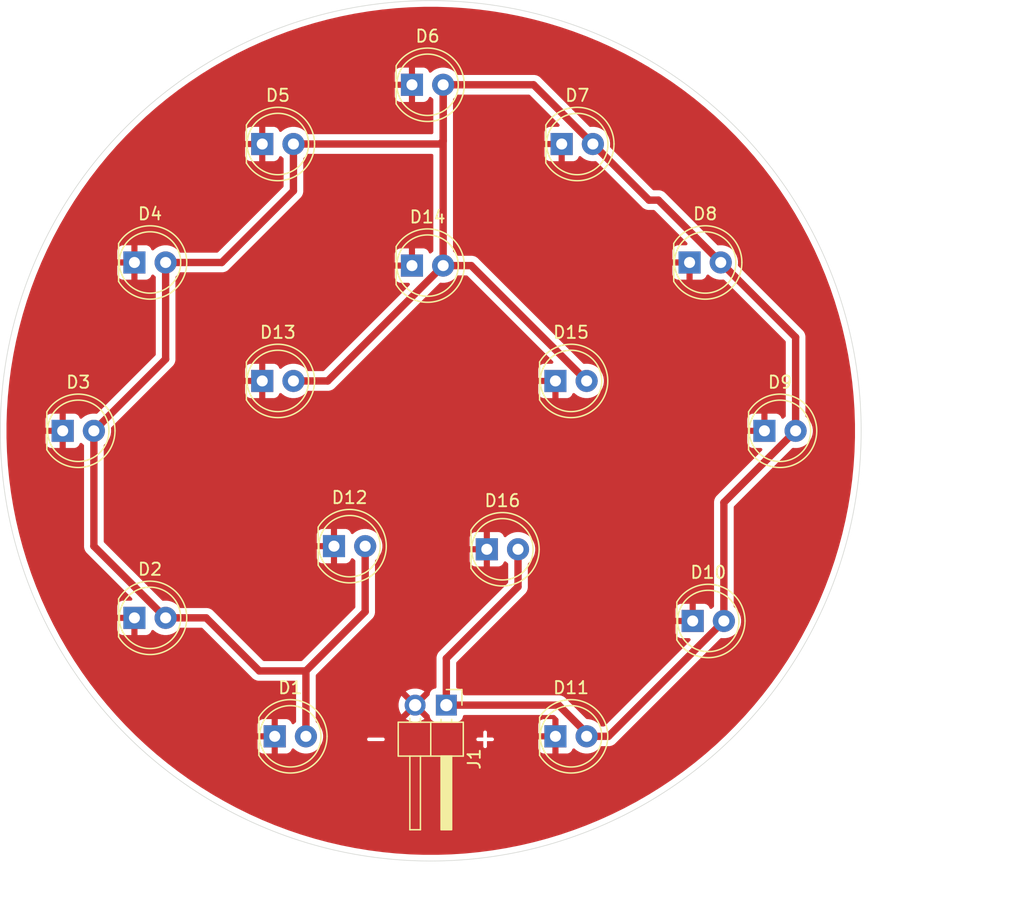
<source format=kicad_pcb>
(kicad_pcb (version 20241229) (generator "pcbnew") (generator_version "9.0")
  (layers (0 "F.Cu" signal) (2 "B.Cu" signal) (13 "F.Paste" user) (15 "B.Paste" user) (5 "F.SilkS" user "F.Silkscreen") (7 "B.SilkS" user "B.Silkscreen") (1 "F.Mask" user) (3 "B.Mask" user) (25 "Edge.Cuts" user))
  (net 0 "")
  (net 1 "GND")
  (net 2 "Net-(D1-A)")
  (footprint "LED_THT:LED_D5.0mm" (layer "F.Cu") (at 107.691 68.58)
    (property "Reference" "D12" (at 1.27 -3.96 0) (layer "F.SilkS"))
    (property "Value" "LED")
    (fp_line (start -1.29 -1.545) (end -1.29 1.545) (stroke (width 0.12)) (layer "F.SilkS"))
    (fp_arc (start -1.29 -1.54483) (mid 2.071779 -2.880495) (end 4.26 0) (stroke (width 0.12)) (layer "F.SilkS"))
    (fp_arc (start 4.26 0) (mid 2.071779 2.880495) (end -1.29 1.54483) (stroke (width 0.12)) (layer "F.SilkS"))
    (fp_circle (center 1.27 0) (end 3.77 0) (stroke (width 0.12)) (fill no) (layer "F.SilkS"))
    (pad "1" thru_hole rect (at 0 0) (size 1.8 1.8) (drill 0.9) (layers "*.Cu" "*.Mask") (net 1 "GND"))
    (pad "2" thru_hole circle (at 2.54 0) (size 1.8 1.8) (drill 0.9) (layers "*.Cu" "*.Mask") (net 2 "Net-(D1-A)"))
  )
  (footprint "LED_THT:LED_D5.0mm" (layer "F.Cu") (at 125.725 84.074)
    (property "Reference" "D11" (at 1.27 -3.96 0) (layer "F.SilkS"))
    (property "Value" "LED")
    (fp_line (start -1.29 -1.545) (end -1.29 1.545) (stroke (width 0.12)) (layer "F.SilkS"))
    (fp_arc (start -1.29 -1.54483) (mid 2.071779 -2.880495) (end 4.26 0) (stroke (width 0.12)) (layer "F.SilkS"))
    (fp_arc (start 4.26 0) (mid 2.071779 2.880495) (end -1.29 1.54483) (stroke (width 0.12)) (layer "F.SilkS"))
    (fp_circle (center 1.27 0) (end 3.77 0) (stroke (width 0.12)) (fill no) (layer "F.SilkS"))
    (pad "1" thru_hole rect (at 0 0) (size 1.8 1.8) (drill 0.9) (layers "*.Cu" "*.Mask") (net 1 "GND"))
    (pad "2" thru_hole circle (at 2.54 0) (size 1.8 1.8) (drill 0.9) (layers "*.Cu" "*.Mask") (net 2 "Net-(D1-A)"))
  )
  (footprint "LED_THT:LED_D5.0mm" (layer "F.Cu") (at 125.725 55.118)
    (property "Reference" "D15" (at 1.27 -3.96 0) (layer "F.SilkS"))
    (property "Value" "LED")
    (fp_line (start -1.29 -1.545) (end -1.29 1.545) (stroke (width 0.12)) (layer "F.SilkS"))
    (fp_arc (start -1.29 -1.54483) (mid 2.071779 -2.880495) (end 4.26 0) (stroke (width 0.12)) (layer "F.SilkS"))
    (fp_arc (start 4.26 0) (mid 2.071779 2.880495) (end -1.29 1.54483) (stroke (width 0.12)) (layer "F.SilkS"))
    (fp_circle (center 1.27 0) (end 3.77 0) (stroke (width 0.12)) (fill no) (layer "F.SilkS"))
    (pad "1" thru_hole rect (at 0 0) (size 1.8 1.8) (drill 0.9) (layers "*.Cu" "*.Mask") (net 1 "GND"))
    (pad "2" thru_hole circle (at 2.54 0) (size 1.8 1.8) (drill 0.9) (layers "*.Cu" "*.Mask") (net 2 "Net-(D1-A)"))
  )
  (footprint "LED_THT:LED_D5.0mm" (layer "F.Cu") (at 102.865 84.074)
    (property "Reference" "D1" (at 1.27 -3.96 0) (layer "F.SilkS"))
    (property "Value" "LED")
    (fp_line (start -1.29 -1.545) (end -1.29 1.545) (stroke (width 0.12)) (layer "F.SilkS"))
    (fp_arc (start -1.29 -1.54483) (mid 2.071779 -2.880495) (end 4.26 0) (stroke (width 0.12)) (layer "F.SilkS"))
    (fp_arc (start 4.26 0) (mid 2.071779 2.880495) (end -1.29 1.54483) (stroke (width 0.12)) (layer "F.SilkS"))
    (fp_circle (center 1.27 0) (end 3.77 0) (stroke (width 0.12)) (fill no) (layer "F.SilkS"))
    (pad "1" thru_hole rect (at 0 0) (size 1.8 1.8) (drill 0.9) (layers "*.Cu" "*.Mask") (net 1 "GND"))
    (pad "2" thru_hole circle (at 2.54 0) (size 1.8 1.8) (drill 0.9) (layers "*.Cu" "*.Mask") (net 2 "Net-(D1-A)"))
  )
  (footprint "LED_THT:LED_D5.0mm" (layer "F.Cu") (at 114.041 45.72)
    (property "Reference" "D14" (at 1.27 -3.96 0) (layer "F.SilkS"))
    (property "Value" "LED")
    (fp_line (start -1.29 -1.545) (end -1.29 1.545) (stroke (width 0.12)) (layer "F.SilkS"))
    (fp_arc (start -1.29 -1.54483) (mid 2.071779 -2.880495) (end 4.26 0) (stroke (width 0.12)) (layer "F.SilkS"))
    (fp_arc (start 4.26 0) (mid 2.071779 2.880495) (end -1.29 1.54483) (stroke (width 0.12)) (layer "F.SilkS"))
    (fp_circle (center 1.27 0) (end 3.77 0) (stroke (width 0.12)) (fill no) (layer "F.SilkS"))
    (pad "1" thru_hole rect (at 0 0) (size 1.8 1.8) (drill 0.9) (layers "*.Cu" "*.Mask") (net 1 "GND"))
    (pad "2" thru_hole circle (at 2.54 0) (size 1.8 1.8) (drill 0.9) (layers "*.Cu" "*.Mask") (net 2 "Net-(D1-A)"))
  )
  (footprint "LED_THT:LED_D5.0mm" (layer "F.Cu") (at 91.44 74.422)
    (property "Reference" "D2" (at 1.27 -3.96 0) (layer "F.SilkS"))
    (property "Value" "LED")
    (fp_line (start -1.29 -1.545) (end -1.29 1.545) (stroke (width 0.12)) (layer "F.SilkS"))
    (fp_arc (start -1.29 -1.54483) (mid 2.071779 -2.880495) (end 4.26 0) (stroke (width 0.12)) (layer "F.SilkS"))
    (fp_arc (start 4.26 0) (mid 2.071779 2.880495) (end -1.29 1.54483) (stroke (width 0.12)) (layer "F.SilkS"))
    (fp_circle (center 1.27 0) (end 3.77 0) (stroke (width 0.12)) (fill no) (layer "F.SilkS"))
    (pad "1" thru_hole rect (at 0 0) (size 1.8 1.8) (drill 0.9) (layers "*.Cu" "*.Mask") (net 1 "GND"))
    (pad "2" thru_hole circle (at 2.54 0) (size 1.8 1.8) (drill 0.9) (layers "*.Cu" "*.Mask") (net 2 "Net-(D1-A)"))
  )
  (footprint "Connector_PinHeader_2.54mm:PinHeader_1x02_P2.54mm_Horizontal" (layer "F.Cu") (at 116.84 81.534 -90)
    (property "Reference" "J1" (at 4.385 -2.27 90) (layer "F.SilkS"))
    (property "Value" "Conn_01x02_Pin")
    (fp_line (start 1.39 3.92) (end 4.15 3.92) (stroke (width 0.12)) (layer "F.SilkS"))
    (fp_line (start 4.15 3.92) (end 4.15 -1.38) (stroke (width 0.12)) (layer "F.SilkS"))
    (fp_line (start 1.077358 2.97) (end 1.39 2.97) (stroke (width 0.12)) (layer "F.SilkS"))
    (fp_line (start 10.15 2.97) (end 4.15 2.97) (stroke (width 0.12)) (layer "F.SilkS"))
    (fp_line (start 1.077358 2.11) (end 1.39 2.11) (stroke (width 0.12)) (layer "F.SilkS"))
    (fp_line (start 4.15 2.11) (end 10.15 2.11) (stroke (width 0.12)) (layer "F.SilkS"))
    (fp_line (start 10.15 2.11) (end 10.15 2.97) (stroke (width 0.12)) (layer "F.SilkS"))
    (fp_line (start 1.39 1.27) (end 4.15 1.27) (stroke (width 0.12)) (layer "F.SilkS"))
    (fp_line (start 1.16 0.43) (end 1.39 0.43) (stroke (width 0.12)) (layer "F.SilkS"))
    (fp_line (start -1.27 0) (end -1.27 -1.27) (stroke (width 0.12)) (layer "F.SilkS"))
    (fp_line (start 1.16 -0.43) (end 1.39 -0.43) (stroke (width 0.12)) (layer "F.SilkS"))
    (fp_line (start -1.27 -1.27) (end 0 -1.27) (stroke (width 0.12)) (layer "F.SilkS"))
    (fp_line (start 1.39 -1.38) (end 1.39 3.92) (stroke (width 0.12)) (layer "F.SilkS"))
    (fp_line (start 4.15 -1.38) (end 1.39 -1.38) (stroke (width 0.12)) (layer "F.SilkS"))
    (fp_rect (start 4.15 -0.43) (end 10.15 0.43) (stroke (width 0.12)) (fill yes) (layer "F.SilkS"))
    (pad "1" thru_hole rect (at 0 0 270) (size 1.7 1.7) (drill 1) (layers "*.Cu" "*.Mask") (net 2 "Net-(D1-A)"))
    (pad "2" thru_hole circle (at 0 2.54 270) (size 1.7 1.7) (drill 1) (layers "*.Cu" "*.Mask") (net 1 "GND"))
  )
  (footprint "LED_THT:LED_D5.0mm" (layer "F.Cu") (at 101.849 55.118)
    (property "Reference" "D13" (at 1.27 -3.96 0) (layer "F.SilkS"))
    (property "Value" "LED")
    (fp_line (start -1.29 -1.545) (end -1.29 1.545) (stroke (width 0.12)) (layer "F.SilkS"))
    (fp_arc (start -1.29 -1.54483) (mid 2.071779 -2.880495) (end 4.26 0) (stroke (width 0.12)) (layer "F.SilkS"))
    (fp_arc (start 4.26 0) (mid 2.071779 2.880495) (end -1.29 1.54483) (stroke (width 0.12)) (layer "F.SilkS"))
    (fp_circle (center 1.27 0) (end 3.77 0) (stroke (width 0.12)) (fill no) (layer "F.SilkS"))
    (pad "1" thru_hole rect (at 0 0) (size 1.8 1.8) (drill 0.9) (layers "*.Cu" "*.Mask") (net 1 "GND"))
    (pad "2" thru_hole circle (at 2.54 0) (size 1.8 1.8) (drill 0.9) (layers "*.Cu" "*.Mask") (net 2 "Net-(D1-A)"))
  )
  (footprint "LED_THT:LED_D5.0mm" (layer "F.Cu") (at 120.137 68.834)
    (property "Reference" "D16" (at 1.27 -3.96 0) (layer "F.SilkS"))
    (property "Value" "LED")
    (fp_line (start -1.29 -1.545) (end -1.29 1.545) (stroke (width 0.12)) (layer "F.SilkS"))
    (fp_arc (start -1.29 -1.54483) (mid 2.071779 -2.880495) (end 4.26 0) (stroke (width 0.12)) (layer "F.SilkS"))
    (fp_arc (start 4.26 0) (mid 2.071779 2.880495) (end -1.29 1.54483) (stroke (width 0.12)) (layer "F.SilkS"))
    (fp_circle (center 1.27 0) (end 3.77 0) (stroke (width 0.12)) (fill no) (layer "F.SilkS"))
    (pad "1" thru_hole rect (at 0 0) (size 1.8 1.8) (drill 0.9) (layers "*.Cu" "*.Mask") (net 1 "GND"))
    (pad "2" thru_hole circle (at 2.54 0) (size 1.8 1.8) (drill 0.9) (layers "*.Cu" "*.Mask") (net 2 "Net-(D1-A)"))
  )
  (footprint "LED_THT:LED_D5.0mm" (layer "F.Cu") (at 91.44 45.466)
    (property "Reference" "D4" (at 1.27 -3.96 0) (layer "F.SilkS"))
    (property "Value" "LED")
    (fp_line (start -1.29 -1.545) (end -1.29 1.545) (stroke (width 0.12)) (layer "F.SilkS"))
    (fp_arc (start -1.29 -1.54483) (mid 2.071779 -2.880495) (end 4.26 0) (stroke (width 0.12)) (layer "F.SilkS"))
    (fp_arc (start 4.26 0) (mid 2.071779 2.880495) (end -1.29 1.54483) (stroke (width 0.12)) (layer "F.SilkS"))
    (fp_circle (center 1.27 0) (end 3.77 0) (stroke (width 0.12)) (fill no) (layer "F.SilkS"))
    (pad "1" thru_hole rect (at 0 0) (size 1.8 1.8) (drill 0.9) (layers "*.Cu" "*.Mask") (net 1 "GND"))
    (pad "2" thru_hole circle (at 2.54 0) (size 1.8 1.8) (drill 0.9) (layers "*.Cu" "*.Mask") (net 2 "Net-(D1-A)"))
  )
  (footprint "LED_THT:LED_D5.0mm" (layer "F.Cu") (at 126.233 35.814)
    (property "Reference" "D7" (at 1.27 -3.96 0) (layer "F.SilkS"))
    (property "Value" "LED")
    (fp_line (start -1.29 -1.545) (end -1.29 1.545) (stroke (width 0.12)) (layer "F.SilkS"))
    (fp_arc (start -1.29 -1.54483) (mid 2.071779 -2.880495) (end 4.26 0) (stroke (width 0.12)) (layer "F.SilkS"))
    (fp_arc (start 4.26 0) (mid 2.071779 2.880495) (end -1.29 1.54483) (stroke (width 0.12)) (layer "F.SilkS"))
    (fp_circle (center 1.27 0) (end 3.77 0) (stroke (width 0.12)) (fill no) (layer "F.SilkS"))
    (pad "1" thru_hole rect (at 0 0) (size 1.8 1.8) (drill 0.9) (layers "*.Cu" "*.Mask") (net 1 "GND"))
    (pad "2" thru_hole circle (at 2.54 0) (size 1.8 1.8) (drill 0.9) (layers "*.Cu" "*.Mask") (net 2 "Net-(D1-A)"))
  )
  (footprint "LED_THT:LED_D5.0mm" (layer "F.Cu") (at 85.598 59.182)
    (property "Reference" "D3" (at 1.27 -3.96 0) (layer "F.SilkS"))
    (property "Value" "LED")
    (fp_line (start -1.29 -1.545) (end -1.29 1.545) (stroke (width 0.12)) (layer "F.SilkS"))
    (fp_arc (start -1.29 -1.54483) (mid 2.071779 -2.880495) (end 4.26 0) (stroke (width 0.12)) (layer "F.SilkS"))
    (fp_arc (start 4.26 0) (mid 2.071779 2.880495) (end -1.29 1.54483) (stroke (width 0.12)) (layer "F.SilkS"))
    (fp_circle (center 1.27 0) (end 3.77 0) (stroke (width 0.12)) (fill no) (layer "F.SilkS"))
    (pad "1" thru_hole rect (at 0 0) (size 1.8 1.8) (drill 0.9) (layers "*.Cu" "*.Mask") (net 1 "GND"))
    (pad "2" thru_hole circle (at 2.54 0) (size 1.8 1.8) (drill 0.9) (layers "*.Cu" "*.Mask") (net 2 "Net-(D1-A)"))
  )
  (footprint "LED_THT:LED_D5.0mm" (layer "F.Cu") (at 114.041 30.988)
    (property "Reference" "D6" (at 1.27 -3.96 0) (layer "F.SilkS"))
    (property "Value" "LED")
    (fp_line (start -1.29 -1.545) (end -1.29 1.545) (stroke (width 0.12)) (layer "F.SilkS"))
    (fp_arc (start -1.29 -1.54483) (mid 2.071779 -2.880495) (end 4.26 0) (stroke (width 0.12)) (layer "F.SilkS"))
    (fp_arc (start 4.26 0) (mid 2.071779 2.880495) (end -1.29 1.54483) (stroke (width 0.12)) (layer "F.SilkS"))
    (fp_circle (center 1.27 0) (end 3.77 0) (stroke (width 0.12)) (fill no) (layer "F.SilkS"))
    (pad "1" thru_hole rect (at 0 0) (size 1.8 1.8) (drill 0.9) (layers "*.Cu" "*.Mask") (net 1 "GND"))
    (pad "2" thru_hole circle (at 2.54 0) (size 1.8 1.8) (drill 0.9) (layers "*.Cu" "*.Mask") (net 2 "Net-(D1-A)"))
  )
  (footprint "LED_THT:LED_D5.0mm" (layer "F.Cu") (at 136.901 74.676)
    (property "Reference" "D10" (at 1.27 -3.96 0) (layer "F.SilkS"))
    (property "Value" "LED")
    (fp_line (start -1.29 -1.545) (end -1.29 1.545) (stroke (width 0.12)) (layer "F.SilkS"))
    (fp_arc (start -1.29 -1.54483) (mid 2.071779 -2.880495) (end 4.26 0) (stroke (width 0.12)) (layer "F.SilkS"))
    (fp_arc (start 4.26 0) (mid 2.071779 2.880495) (end -1.29 1.54483) (stroke (width 0.12)) (layer "F.SilkS"))
    (fp_circle (center 1.27 0) (end 3.77 0) (stroke (width 0.12)) (fill no) (layer "F.SilkS"))
    (pad "1" thru_hole rect (at 0 0) (size 1.8 1.8) (drill 0.9) (layers "*.Cu" "*.Mask") (net 1 "GND"))
    (pad "2" thru_hole circle (at 2.54 0) (size 1.8 1.8) (drill 0.9) (layers "*.Cu" "*.Mask") (net 2 "Net-(D1-A)"))
  )
  (footprint "LED_THT:LED_D5.0mm" (layer "F.Cu") (at 142.743 59.182)
    (property "Reference" "D9" (at 1.27 -3.96 0) (layer "F.SilkS"))
    (property "Value" "LED")
    (fp_line (start -1.29 -1.545) (end -1.29 1.545) (stroke (width 0.12)) (layer "F.SilkS"))
    (fp_arc (start -1.29 -1.54483) (mid 2.071779 -2.880495) (end 4.26 0) (stroke (width 0.12)) (layer "F.SilkS"))
    (fp_arc (start 4.26 0) (mid 2.071779 2.880495) (end -1.29 1.54483) (stroke (width 0.12)) (layer "F.SilkS"))
    (fp_circle (center 1.27 0) (end 3.77 0) (stroke (width 0.12)) (fill no) (layer "F.SilkS"))
    (pad "1" thru_hole rect (at 0 0) (size 1.8 1.8) (drill 0.9) (layers "*.Cu" "*.Mask") (net 1 "GND"))
    (pad "2" thru_hole circle (at 2.54 0) (size 1.8 1.8) (drill 0.9) (layers "*.Cu" "*.Mask") (net 2 "Net-(D1-A)"))
  )
  (footprint "LED_THT:LED_D5.0mm" (layer "F.Cu") (at 101.849 35.814)
    (property "Reference" "D5" (at 1.27 -3.96 0) (layer "F.SilkS"))
    (property "Value" "LED")
    (fp_line (start -1.29 -1.545) (end -1.29 1.545) (stroke (width 0.12)) (layer "F.SilkS"))
    (fp_arc (start -1.29 -1.54483) (mid 2.071779 -2.880495) (end 4.26 0) (stroke (width 0.12)) (layer "F.SilkS"))
    (fp_arc (start 4.26 0) (mid 2.071779 2.880495) (end -1.29 1.54483) (stroke (width 0.12)) (layer "F.SilkS"))
    (fp_circle (center 1.27 0) (end 3.77 0) (stroke (width 0.12)) (fill no) (layer "F.SilkS"))
    (pad "1" thru_hole rect (at 0 0) (size 1.8 1.8) (drill 0.9) (layers "*.Cu" "*.Mask") (net 1 "GND"))
    (pad "2" thru_hole circle (at 2.54 0) (size 1.8 1.8) (drill 0.9) (layers "*.Cu" "*.Mask") (net 2 "Net-(D1-A)"))
  )
  (footprint "LED_THT:LED_D5.0mm" (layer "F.Cu") (at 136.647 45.466)
    (property "Reference" "D8" (at 1.27 -3.96 0) (layer "F.SilkS"))
    (property "Value" "LED")
    (fp_line (start -1.29 -1.545) (end -1.29 1.545) (stroke (width 0.12)) (layer "F.SilkS"))
    (fp_arc (start -1.29 -1.54483) (mid 2.071779 -2.880495) (end 4.26 0) (stroke (width 0.12)) (layer "F.SilkS"))
    (fp_arc (start 4.26 0) (mid 2.071779 2.880495) (end -1.29 1.54483) (stroke (width 0.12)) (layer "F.SilkS"))
    (fp_circle (center 1.27 0) (end 3.77 0) (stroke (width 0.12)) (fill no) (layer "F.SilkS"))
    (pad "1" thru_hole rect (at 0 0) (size 1.8 1.8) (drill 0.9) (layers "*.Cu" "*.Mask") (net 1 "GND"))
    (pad "2" thru_hole circle (at 2.54 0) (size 1.8 1.8) (drill 0.9) (layers "*.Cu" "*.Mask") (net 2 "Net-(D1-A)"))
  )
  (gr_circle (center 115.57 59.182) (end 150.622 59.182) (stroke (width 0.05)) (fill no) (layer "Edge.Cuts"))
  (gr_text "-" (at 109.982 85.09 0) (layer "F.Cu" knockout) (effects (font (size 1.5 1.5) (thickness 0.3) (bold yes)) (justify left bottom)))
  (gr_text "+\n" (at 118.872 85.09 0) (layer "F.Cu" knockout) (effects (font (size 1.5 1.5) (thickness 0.3) (bold yes)) (justify left bottom)))
  (segment (start 101.605 78.745) (end 105.405 78.745) (width 0.6) (layer "F.Cu") (net 2))
  (segment (start 145.283 51.562) (end 139.187 45.466) (width 0.6) (layer "F.Cu") (net 2))
  (segment (start 125.984 81.534) (end 128.265 83.815) (width 0.6) (layer "F.Cu") (net 2))
  (segment (start 123.947 30.988) (end 116.581 30.988) (width 0.6) (layer "F.Cu") (net 2))
  (segment (start 133.345 40.386) (end 128.773 35.814) (width 0.6) (layer "F.Cu") (net 2))
  (segment (start 116.581 45.72) (end 118.867 45.72) (width 0.6) (layer "F.Cu") (net 2))
  (segment (start 93.98 53.34) (end 88.138 59.182) (width 0.6) (layer "F.Cu") (net 2))
  (segment (start 139.441 74.676) (end 139.441 65.024) (width 0.6) (layer "F.Cu") (net 2))
  (segment (start 105.405 84.074) (end 105.405 78.745) (width 0.6) (layer "F.Cu") (net 2))
  (segment (start 97.282 74.422) (end 101.605 78.745) (width 0.6) (layer "F.Cu") (net 2))
  (segment (start 88.138 68.58) (end 93.98 74.422) (width 0.6) (layer "F.Cu") (net 2))
  (segment (start 122.677 71.887) (end 122.677 68.834) (width 0.6) (layer "F.Cu") (net 2))
  (segment (start 130.043 84.074) (end 139.441 74.676) (width 0.6) (layer "F.Cu") (net 2))
  (segment (start 116.581 30.988) (end 116.581 35.56) (width 0.6) (layer "F.Cu") (net 2))
  (segment (start 118.867 45.72) (end 128.265 55.118) (width 0.6) (layer "F.Cu") (net 2))
  (segment (start 128.265 83.815) (end 128.265 84.074) (width 0.6) (layer "F.Cu") (net 2))
  (segment (start 104.389 55.118) (end 107.183 55.118) (width 0.6) (layer "F.Cu") (net 2))
  (segment (start 105.405 78.745) (end 110.231 73.919) (width 0.6) (layer "F.Cu") (net 2))
  (segment (start 104.389 39.629) (end 98.552 45.466) (width 0.6) (layer "F.Cu") (net 2))
  (segment (start 139.441 65.024) (end 145.283 59.182) (width 0.6) (layer "F.Cu") (net 2))
  (segment (start 116.84 77.724) (end 122.677 71.887) (width 0.6) (layer "F.Cu") (net 2))
  (segment (start 93.98 45.466) (end 93.98 53.34) (width 0.6) (layer "F.Cu") (net 2))
  (segment (start 116.327 35.814) (end 104.389 35.814) (width 0.6) (layer "F.Cu") (net 2))
  (segment (start 116.84 81.534) (end 125.984 81.534) (width 0.6) (layer "F.Cu") (net 2))
  (segment (start 104.389 35.814) (end 104.389 39.629) (width 0.6) (layer "F.Cu") (net 2))
  (segment (start 107.183 55.118) (end 116.581 45.72) (width 0.6) (layer "F.Cu") (net 2))
  (segment (start 98.552 45.466) (end 93.98 45.466) (width 0.6) (layer "F.Cu") (net 2))
  (segment (start 128.265 84.074) (end 130.043 84.074) (width 0.6) (layer "F.Cu") (net 2))
  (segment (start 88.138 59.182) (end 88.138 68.58) (width 0.6) (layer "F.Cu") (net 2))
  (segment (start 116.581 45.72) (end 116.581 30.988) (width 0.6) (layer "F.Cu") (net 2))
  (segment (start 116.84 81.534) (end 116.84 77.724) (width 0.6) (layer "F.Cu") (net 2))
  (segment (start 110.231 73.919) (end 110.231 68.58) (width 0.6) (layer "F.Cu") (net 2))
  (segment (start 93.98 74.422) (end 97.282 74.422) (width 0.6) (layer "F.Cu") (net 2))
  (segment (start 145.283 59.182) (end 145.283 51.562) (width 0.6) (layer "F.Cu") (net 2))
  (segment (start 134.107 40.386) (end 133.345 40.386) (width 0.6) (layer "F.Cu") (net 2))
  (segment (start 116.581 35.56) (end 116.327 35.814) (width 0.6) (layer "F.Cu") (net 2))
  (segment (start 128.773 35.814) (end 123.947 30.988) (width 0.6) (layer "F.Cu") (net 2))
  (segment (start 139.187 45.466) (end 134.107 40.386) (width 0.6) (layer "F.Cu") (net 2))
  (zone (net 1) (net_name "GND") (layer "F.Cu") (connect_pads (clearance 0.5)) (min_thickness 0.25) (fill yes (thermal_gap 0.5) (thermal_bridge_width 0.5))
    (polygon (pts (xy 150.617308 58.608489) (xy 150.579778 57.46208) (xy 150.504759 56.317513) (xy 150.392332 55.176013) (xy 150.242615 54.038803) (xy 150.05577 52.907101) (xy 149.831997 51.782118) (xy 149.571535 50.665059) (xy 149.274664 49.55712) (xy 148.941701 48.459487) (xy 148.573003 47.373337) (xy 148.168964 46.299831) (xy 147.730017 45.24012) (xy 147.256633 44.195339) (xy 146.749317 43.166605) (xy 146.208615 42.155022) (xy 145.635103 41.161671) (xy 145.029397 40.187616) (xy 144.392146 39.233902) (xy 143.72403 38.301548) (xy 143.025767 37.391554) (xy 142.298104 36.504893) (xy 141.541819 35.642516) (xy 140.757723 34.805345) (xy 139.946655 33.994277) (xy 139.109484 33.210181) (xy 138.247107 32.453896) (xy 137.360446 31.726233) (xy 136.450452 31.02797) (xy 135.518098 30.359854) (xy 134.564384 29.722603) (xy 133.590329 29.116897) (xy 132.596978 28.543385) (xy 131.585395 28.002683) (xy 130.556661 27.495367) (xy 129.51188 27.021983) (xy 128.452169 26.583036) (xy 127.378663 26.178997) (xy 126.292513 25.810299) (xy 125.19488 25.477336) (xy 124.086941 25.180465) (xy 122.969882 24.920003) (xy 121.844899 24.69623) (xy 120.713197 24.509385) (xy 119.575987 24.359668) (xy 118.434487 24.247241) (xy 117.28992 24.172222) (xy 116.143511 24.134692) (xy 114.996489 24.134692) (xy 113.85008 24.172222) (xy 112.705513 24.247241) (xy 111.564013 24.359668) (xy 110.426803 24.509385) (xy 109.295101 24.69623) (xy 108.170118 24.920003) (xy 107.053059 25.180465) (xy 105.94512 25.477336) (xy 104.847487 25.810299) (xy 103.761337 26.178997) (xy 102.687831 26.583036) (xy 101.62812 27.021983) (xy 100.583339 27.495367) (xy 99.554605 28.002683) (xy 98.543022 28.543385) (xy 97.549671 29.116897) (xy 96.575616 29.722603) (xy 95.621902 30.359854) (xy 94.689548 31.02797) (xy 93.779554 31.726233) (xy 92.892893 32.453896) (xy 92.030516 33.210181) (xy 91.193345 33.994277) (xy 90.382277 34.805345) (xy 89.598181 35.642516) (xy 88.841896 36.504893) (xy 88.114233 37.391554) (xy 87.41597 38.301548) (xy 86.747854 39.233902) (xy 86.110603 40.187616) (xy 85.504897 41.161671) (xy 84.931385 42.155022) (xy 84.390683 43.166605) (xy 83.883367 44.195339) (xy 83.409983 45.24012) (xy 82.971036 46.299831) (xy 82.566997 47.373337) (xy 82.198299 48.459487) (xy 81.865336 49.55712) (xy 81.568465 50.665059) (xy 81.308003 51.782118) (xy 81.08423 52.907101) (xy 80.897385 54.038803) (xy 80.747668 55.176013) (xy 80.635241 56.317513) (xy 80.560222 57.46208) (xy 80.522692 58.608489) (xy 80.522692 59.755511) (xy 80.560222 60.90192) (xy 80.635241 62.046487) (xy 80.747668 63.187987) (xy 80.897385 64.325197) (xy 81.08423 65.456899) (xy 81.308003 66.581882) (xy 81.568465 67.698941) (xy 81.865336 68.80688) (xy 82.198299 69.904513) (xy 82.566997 70.990663) (xy 82.971036 72.064169) (xy 83.409983 73.12388) (xy 83.883367 74.168661) (xy 84.390683 75.197395) (xy 84.931385 76.208978) (xy 85.504897 77.202329) (xy 86.110603 78.176384) (xy 86.747854 79.130098) (xy 87.41597 80.062452) (xy 88.114233 80.972446) (xy 88.841896 81.859107) (xy 89.598181 82.721484) (xy 90.382277 83.558655) (xy 91.193345 84.369723) (xy 92.030516 85.153819) (xy 92.892893 85.910104) (xy 93.779554 86.637767) (xy 94.689548 87.33603) (xy 95.621902 88.004146) (xy 96.575616 88.641397) (xy 97.549671 89.247103) (xy 98.543022 89.820615) (xy 99.554605 90.361317) (xy 100.583339 90.868633) (xy 101.62812 91.342017) (xy 102.687831 91.780964) (xy 103.761337 92.185003) (xy 104.847487 92.553701) (xy 105.94512 92.886664) (xy 107.053059 93.183535) (xy 108.170118 93.443997) (xy 109.295101 93.66777) (xy 110.426803 93.854615) (xy 111.564013 94.004332) (xy 112.705513 94.116759) (xy 113.85008 94.191778) (xy 114.996489 94.229308) (xy 116.143511 94.229308) (xy 117.28992 94.191778) (xy 118.434487 94.116759) (xy 119.575987 94.004332) (xy 120.713197 93.854615) (xy 121.844899 93.66777) (xy 122.969882 93.443997) (xy 124.086941 93.183535) (xy 125.19488 92.886664) (xy 126.292513 92.553701) (xy 127.378663 92.185003) (xy 128.452169 91.780964) (xy 129.51188 91.342017) (xy 130.556661 90.868633) (xy 131.585395 90.361317) (xy 132.596978 89.820615) (xy 133.590329 89.247103) (xy 134.564384 88.641397) (xy 135.518098 88.004146) (xy 136.450452 87.33603) (xy 137.360446 86.637767) (xy 138.247107 85.910104) (xy 139.109484 85.153819) (xy 139.946655 84.369723) (xy 140.757723 83.558655) (xy 141.541819 82.721484) (xy 142.298104 81.859107) (xy 143.025767 80.972446) (xy 143.72403 80.062452) (xy 144.392146 79.130098) (xy 145.029397 78.176384) (xy 145.635103 77.202329) (xy 146.208615 76.208978) (xy 146.749317 75.197395) (xy 147.256633 74.168661) (xy 147.730017 73.12388) (xy 148.168964 72.064169) (xy 148.573003 70.990663) (xy 148.941701 69.904513) (xy 149.274664 68.80688) (xy 149.571535 67.698941) (xy 149.831997 66.581882) (xy 150.05577 65.456899) (xy 150.242615 64.325197) (xy 150.392332 63.187987) (xy 150.504759 62.046487) (xy 150.579778 60.90192) (xy 150.617308 59.755511) (xy 150.617308 58.608489)))
  )
)
</source>
